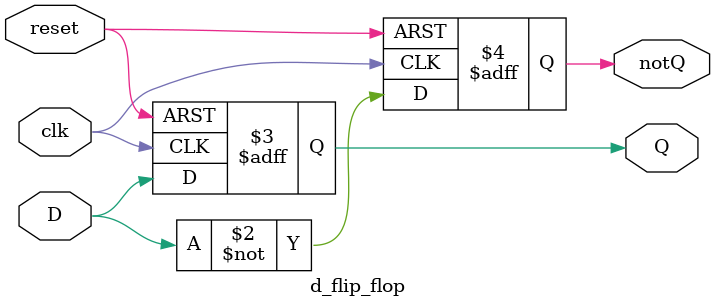
<source format=v>
`timescale 1ns / 1ps
module d_flip_flop (
    input wire D, // Data input
    input wire clk, // Clock input
    input wire reset, // Asynchronous reset input
    output reg Q, // Q output
    output reg notQ // notQ output
);

    always @(posedge clk or posedge reset) begin
        if (reset) begin
            Q <= 0;
            notQ <= 1;
        end else begin
            Q <= D;
            notQ <= ~D;
        end
    end

endmodule

</source>
